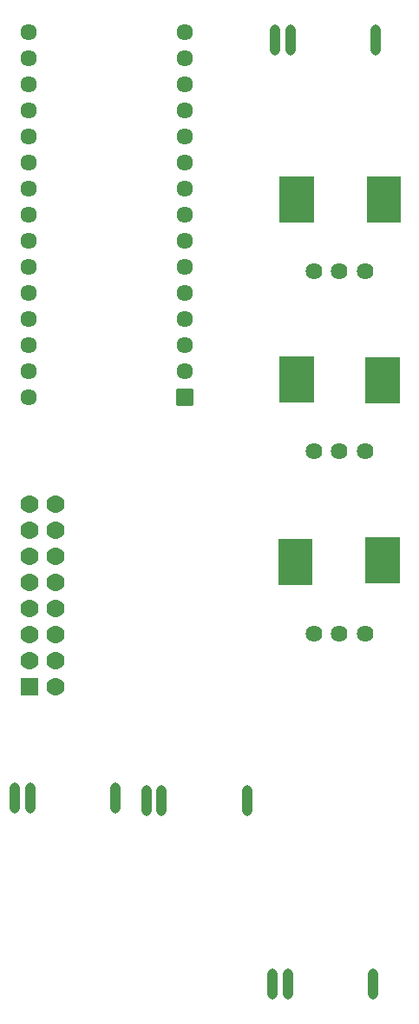
<source format=gbs>
G04 Layer: BottomSolderMaskLayer*
G04 EasyEDA v6.5.22, 2023-02-14 12:38:32*
G04 3ec02a8cd32b49f9a07c26a40bf890e6,7be1179030e74d40a97a3c751b95adb4,10*
G04 Gerber Generator version 0.2*
G04 Scale: 100 percent, Rotated: No, Reflected: No *
G04 Dimensions in millimeters *
G04 leading zeros omitted , absolute positions ,4 integer and 5 decimal *
%FSLAX45Y45*%
%MOMM*%

%AMMACRO1*1,1,$1,$2,$3*1,1,$1,$4,$5*1,1,$1,0-$2,0-$3*1,1,$1,0-$4,0-$5*20,1,$1,$2,$3,$4,$5,0*20,1,$1,$4,$5,0-$2,0-$3,0*20,1,$1,0-$2,0-$3,0-$4,0-$5,0*20,1,$1,0-$4,0-$5,$2,$3,0*4,1,4,$2,$3,$4,$5,0-$2,0-$3,0-$4,0-$5,$2,$3,0*%
%ADD10C,1.7653*%
%ADD11MACRO1,0.1016X-0.8319X-0.8319X0.8319X-0.8319*%
%ADD12C,1.6256*%
%ADD13O,1.703197X3.4031936*%
%ADD14O,1.0031984X3.0031944000000004*%
%ADD15MACRO1,0.1016X0.754X0.754X0.754X-0.754*%
%ADD16C,1.6096*%

%LPD*%
D10*
G01*
X-3721100Y609600D03*
G01*
X-3975100Y609600D03*
G01*
X-3721100Y101600D03*
G01*
X-3975100Y101600D03*
G01*
X-3721100Y-152400D03*
G01*
X-3975100Y-152400D03*
G01*
X-3721100Y-406400D03*
G01*
X-3975100Y-406400D03*
G01*
X-3721100Y-660400D03*
G01*
X-3975100Y-660400D03*
G01*
X-3721100Y863600D03*
G01*
X-3975100Y863600D03*
G01*
X-3721100Y355600D03*
G01*
X-3975100Y355600D03*
G01*
X-3721100Y-914400D03*
D11*
G01*
X-3975100Y-914400D03*
D12*
G01*
X-1202486Y3136900D03*
G01*
X-952500Y3136900D03*
G01*
X-702487Y3136900D03*
D13*
G01*
X-522300Y3836746D03*
G01*
X-1382496Y3836898D03*
D12*
G01*
X-1202486Y1384300D03*
G01*
X-952500Y1384300D03*
G01*
X-702487Y1384300D03*
D13*
G01*
X-522300Y2084146D03*
G01*
X-1382496Y2084298D03*
D12*
G01*
X-1202486Y-393700D03*
G01*
X-952500Y-393700D03*
G01*
X-702487Y-393700D03*
D13*
G01*
X-522300Y306146D03*
G01*
X-1382496Y306298D03*
D14*
G01*
X-3971112Y-1993900D03*
G01*
X-3139109Y-1993900D03*
G01*
X-4119092Y-1993900D03*
G01*
X-2688412Y-2019300D03*
G01*
X-1856409Y-2019300D03*
G01*
X-2836392Y-2019300D03*
G01*
X-1431112Y5384800D03*
G01*
X-599109Y5384800D03*
G01*
X-1579092Y5384800D03*
G01*
X-1456512Y-3810000D03*
G01*
X-624509Y-3810000D03*
G01*
X-1604492Y-3810000D03*
D15*
G01*
X-2463800Y1905000D03*
D16*
G01*
X-2463800Y2159000D03*
G01*
X-2463800Y2413000D03*
G01*
X-2463800Y2667000D03*
G01*
X-2463800Y2921000D03*
G01*
X-2463800Y3175000D03*
G01*
X-2463800Y3429000D03*
G01*
X-2463800Y3683000D03*
G01*
X-2463800Y3937000D03*
G01*
X-2463800Y4191000D03*
G01*
X-2463800Y4445000D03*
G01*
X-2463800Y4699000D03*
G01*
X-3987800Y1905000D03*
G01*
X-3987800Y2159000D03*
G01*
X-3987800Y2413000D03*
G01*
X-3987800Y2667000D03*
G01*
X-3987800Y2921000D03*
G01*
X-3987800Y3175000D03*
G01*
X-3987800Y3683000D03*
G01*
X-3987800Y3937000D03*
G01*
X-3987800Y4445000D03*
G01*
X-3987800Y4699000D03*
G01*
X-3987800Y4191000D03*
G01*
X-3987800Y3429000D03*
G01*
X-2463800Y4953000D03*
G01*
X-2463800Y5207000D03*
G01*
X-2463800Y5461000D03*
G01*
X-3987800Y4953000D03*
G01*
X-3987800Y5207000D03*
G01*
X-3987800Y5461000D03*
G36*
X-1539875Y4060825D02*
G01*
X-1203325Y4060825D01*
X-1203325Y3609975D01*
X-1539875Y3609975D01*
G37*
G36*
X-688975Y4060825D02*
G01*
X-352425Y4060825D01*
X-352425Y3609975D01*
X-688975Y3609975D01*
G37*
G36*
X-1539875Y2308225D02*
G01*
X-1203325Y2308225D01*
X-1203325Y1857375D01*
X-1539875Y1857375D01*
G37*
G36*
X-701675Y2295525D02*
G01*
X-365125Y2295525D01*
X-365125Y1844675D01*
X-701675Y1844675D01*
G37*
G36*
X-1552575Y530225D02*
G01*
X-1216025Y530225D01*
X-1216025Y79375D01*
X-1552575Y79375D01*
G37*
G36*
X-701675Y542925D02*
G01*
X-365125Y542925D01*
X-365125Y92075D01*
X-701675Y92075D01*
G37*
M02*

</source>
